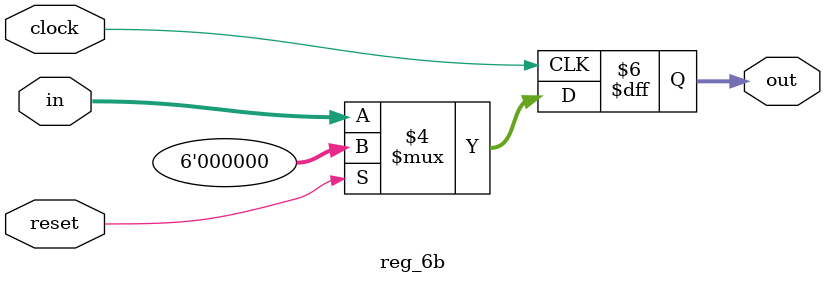
<source format=v>
`timescale 1ns / 1ps


module reg_6b(
    input [5:0]in,
    input clock,
    input reset,
    output reg [5:0] out
    );
    
    always @(posedge clock) begin
        if(reset == 1) 
            out<=0;
       else 
            out<= in;




    end 
    
    
endmodule

</source>
